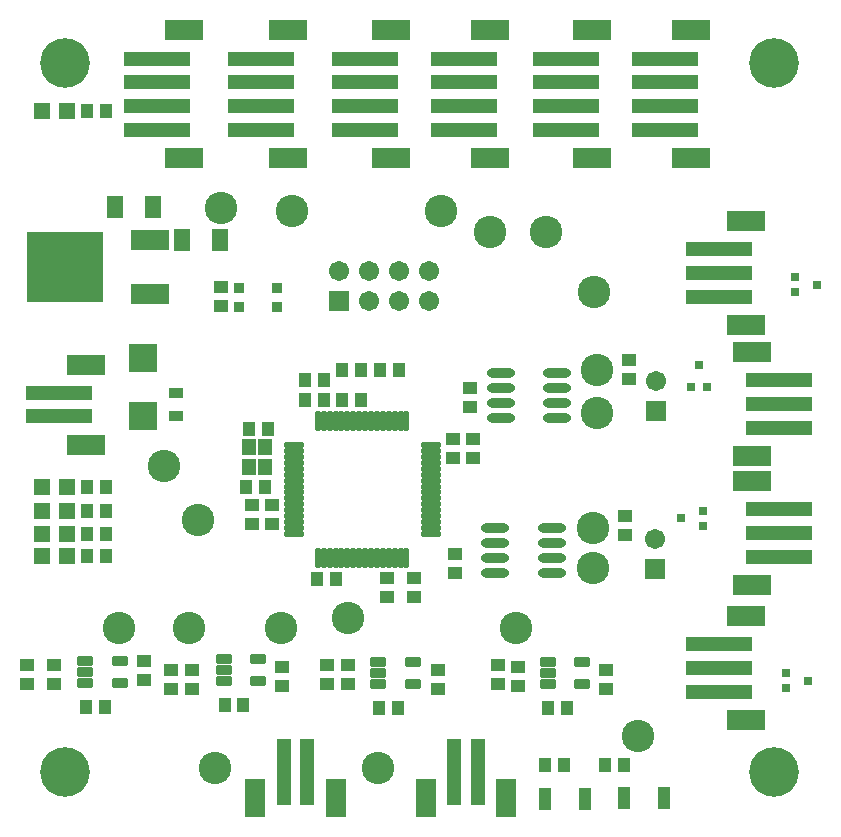
<source format=gts>
G04*
G04 #@! TF.GenerationSoftware,Altium Limited,Altium Designer,19.1.8 (144)*
G04*
G04 Layer_Color=8388736*
%FSLAX25Y25*%
%MOIN*%
G70*
G01*
G75*
%ADD36R,0.04737X0.04343*%
%ADD37R,0.04737X0.05524*%
%ADD38R,0.22454X0.04737*%
%ADD39R,0.12611X0.07099*%
%ADD40R,0.05524X0.05524*%
G04:AMPARAMS|DCode=41|XSize=33.59mil|YSize=55.24mil|CornerRadius=5.92mil|HoleSize=0mil|Usage=FLASHONLY|Rotation=90.000|XOffset=0mil|YOffset=0mil|HoleType=Round|Shape=RoundedRectangle|*
%AMROUNDEDRECTD41*
21,1,0.03359,0.04341,0,0,90.0*
21,1,0.02175,0.05524,0,0,90.0*
1,1,0.01184,0.02170,0.01088*
1,1,0.01184,0.02170,-0.01088*
1,1,0.01184,-0.02170,-0.01088*
1,1,0.01184,-0.02170,0.01088*
%
%ADD41ROUNDEDRECTD41*%
%ADD42R,0.04343X0.04737*%
%ADD43R,0.03950X0.07493*%
%ADD44R,0.03556X0.03753*%
%ADD45R,0.12611X0.07099*%
%ADD46R,0.25210X0.23635*%
%ADD47R,0.02965X0.03162*%
%ADD48R,0.03162X0.02965*%
%ADD49O,0.09461X0.03162*%
%ADD50O,0.07099X0.01981*%
%ADD51O,0.01981X0.07099*%
%ADD52R,0.07099X0.12611*%
%ADD53R,0.04737X0.22454*%
%ADD54R,0.05091X0.03800*%
%ADD55R,0.09698X0.09304*%
%ADD56R,0.05524X0.07493*%
%ADD57C,0.10800*%
%ADD58R,0.06706X0.06706*%
%ADD59C,0.06706*%
%ADD60R,0.06706X0.06706*%
%ADD61C,0.16548*%
D36*
X296000Y218850D02*
D03*
Y225150D02*
D03*
X189000Y225150D02*
D03*
Y218850D02*
D03*
X289000Y218850D02*
D03*
Y225150D02*
D03*
X244000Y217350D02*
D03*
Y223650D02*
D03*
X237000Y217350D02*
D03*
Y223650D02*
D03*
X198000Y218850D02*
D03*
Y225150D02*
D03*
X352500Y218350D02*
D03*
Y224650D02*
D03*
X331000Y300650D02*
D03*
Y294350D02*
D03*
X337500Y300650D02*
D03*
Y294350D02*
D03*
X346000Y225150D02*
D03*
Y218850D02*
D03*
X388260Y274701D02*
D03*
Y268402D02*
D03*
X389500Y326710D02*
D03*
Y320411D02*
D03*
X325905Y217201D02*
D03*
Y223500D02*
D03*
X228016Y220342D02*
D03*
Y226642D02*
D03*
X382000Y223650D02*
D03*
Y217350D02*
D03*
X274000Y218201D02*
D03*
Y224500D02*
D03*
X270500Y278650D02*
D03*
Y272350D02*
D03*
X318000Y247850D02*
D03*
Y254150D02*
D03*
X264000Y278650D02*
D03*
Y272350D02*
D03*
X309000Y247850D02*
D03*
Y254150D02*
D03*
X253500Y344850D02*
D03*
Y351150D02*
D03*
X331500Y255850D02*
D03*
Y262150D02*
D03*
X336743Y317578D02*
D03*
Y311279D02*
D03*
D37*
X268214Y297874D02*
D03*
Y291181D02*
D03*
X263096Y297874D02*
D03*
Y291181D02*
D03*
D38*
X419652Y347976D02*
D03*
Y355850D02*
D03*
X401500Y427248D02*
D03*
Y419374D02*
D03*
Y411500D02*
D03*
Y403626D02*
D03*
X368500Y427248D02*
D03*
Y419374D02*
D03*
Y411500D02*
D03*
Y403626D02*
D03*
X334500Y427248D02*
D03*
Y419374D02*
D03*
Y411500D02*
D03*
Y403626D02*
D03*
X301500Y427248D02*
D03*
Y419374D02*
D03*
Y411500D02*
D03*
Y403626D02*
D03*
X267000Y427248D02*
D03*
Y419374D02*
D03*
Y411500D02*
D03*
Y403626D02*
D03*
X232326Y427248D02*
D03*
Y419374D02*
D03*
Y411500D02*
D03*
Y403626D02*
D03*
X439466Y312224D02*
D03*
Y320098D02*
D03*
Y304350D02*
D03*
X419652Y216303D02*
D03*
Y224177D02*
D03*
Y232051D02*
D03*
X439466Y277098D02*
D03*
Y269224D02*
D03*
Y261350D02*
D03*
X419652Y363724D02*
D03*
X199605Y308028D02*
D03*
Y315901D02*
D03*
D39*
X410358Y436697D02*
D03*
Y394177D02*
D03*
X377358Y436697D02*
D03*
Y394177D02*
D03*
X343358Y436697D02*
D03*
Y394177D02*
D03*
X310358Y436697D02*
D03*
Y394177D02*
D03*
X275858Y436697D02*
D03*
Y394177D02*
D03*
X241184Y436697D02*
D03*
Y394177D02*
D03*
X430608Y329547D02*
D03*
Y294901D02*
D03*
X428510Y206854D02*
D03*
Y241500D02*
D03*
X430608Y286547D02*
D03*
Y251901D02*
D03*
X428510Y373173D02*
D03*
Y338527D02*
D03*
X208463Y298579D02*
D03*
Y325350D02*
D03*
D40*
X193866Y268992D02*
D03*
X202134D02*
D03*
X193866Y276587D02*
D03*
X202134D02*
D03*
Y261587D02*
D03*
X193866D02*
D03*
X202134Y284587D02*
D03*
X193866D02*
D03*
X202246Y410000D02*
D03*
X193978D02*
D03*
D41*
X362500Y226240D02*
D03*
Y222500D02*
D03*
Y218760D02*
D03*
X374114D02*
D03*
Y226240D02*
D03*
X317713D02*
D03*
Y218760D02*
D03*
X306098D02*
D03*
Y222500D02*
D03*
Y226240D02*
D03*
X220067Y226528D02*
D03*
Y219047D02*
D03*
X208453D02*
D03*
Y222787D02*
D03*
Y226528D02*
D03*
X266114Y227240D02*
D03*
Y219760D02*
D03*
X254500D02*
D03*
Y223500D02*
D03*
Y227240D02*
D03*
D42*
X300299Y313500D02*
D03*
X294000D02*
D03*
X215384Y261587D02*
D03*
X209085D02*
D03*
X215384Y268992D02*
D03*
X209085D02*
D03*
X387866Y192000D02*
D03*
X381567D02*
D03*
X215384Y276587D02*
D03*
X209085D02*
D03*
X367913Y192000D02*
D03*
X361614D02*
D03*
X215384Y284587D02*
D03*
X209085D02*
D03*
X306500Y323500D02*
D03*
X312799D02*
D03*
X208850Y410000D02*
D03*
X215150D02*
D03*
X300150Y323500D02*
D03*
X293850D02*
D03*
X312650Y211000D02*
D03*
X306350D02*
D03*
X214949Y211248D02*
D03*
X208650D02*
D03*
X368933Y210815D02*
D03*
X362634D02*
D03*
X261098Y212012D02*
D03*
X254799D02*
D03*
X287919Y320040D02*
D03*
X281620D02*
D03*
X285508Y254000D02*
D03*
X291807D02*
D03*
X287919Y313591D02*
D03*
X281620D02*
D03*
X269150Y304000D02*
D03*
X262850D02*
D03*
X261850Y284500D02*
D03*
X268150D02*
D03*
D43*
X401252Y180853D02*
D03*
X387866D02*
D03*
X375000Y180661D02*
D03*
X361614D02*
D03*
D44*
X272398Y351000D02*
D03*
X259602D02*
D03*
Y344504D02*
D03*
X272398D02*
D03*
D45*
X229984Y349004D02*
D03*
Y366996D02*
D03*
D46*
X201716Y358000D02*
D03*
D47*
X414181Y276675D02*
D03*
Y271557D02*
D03*
X406898Y274116D02*
D03*
X444858Y354559D02*
D03*
Y349441D02*
D03*
X449142Y220000D02*
D03*
X441858Y217441D02*
D03*
Y222559D02*
D03*
X452142Y352000D02*
D03*
D48*
X410441Y317858D02*
D03*
X415559D02*
D03*
X413000Y325142D02*
D03*
D49*
X346886Y322391D02*
D03*
Y317391D02*
D03*
Y312391D02*
D03*
Y307391D02*
D03*
X365784Y322391D02*
D03*
Y317391D02*
D03*
Y312391D02*
D03*
Y307391D02*
D03*
X363949Y256000D02*
D03*
Y261000D02*
D03*
Y266000D02*
D03*
Y271000D02*
D03*
X345051Y256000D02*
D03*
Y261000D02*
D03*
Y266000D02*
D03*
Y271000D02*
D03*
D50*
X277831Y298465D02*
D03*
Y296496D02*
D03*
Y294528D02*
D03*
Y292559D02*
D03*
Y290591D02*
D03*
Y288622D02*
D03*
Y286654D02*
D03*
Y284685D02*
D03*
Y282717D02*
D03*
Y280748D02*
D03*
Y278780D02*
D03*
Y276811D02*
D03*
Y274843D02*
D03*
Y272874D02*
D03*
Y270905D02*
D03*
Y268937D02*
D03*
X323500D02*
D03*
Y270905D02*
D03*
Y272874D02*
D03*
Y274843D02*
D03*
Y276811D02*
D03*
Y278780D02*
D03*
Y280748D02*
D03*
Y282717D02*
D03*
Y284685D02*
D03*
Y286654D02*
D03*
Y288622D02*
D03*
Y290591D02*
D03*
Y292559D02*
D03*
Y294528D02*
D03*
Y296496D02*
D03*
Y298465D02*
D03*
D51*
X285902Y260866D02*
D03*
X287870D02*
D03*
X289839D02*
D03*
X291807D02*
D03*
X293776D02*
D03*
X295744D02*
D03*
X297713D02*
D03*
X299681D02*
D03*
X301650D02*
D03*
X303618D02*
D03*
X305587D02*
D03*
X307555D02*
D03*
X309524D02*
D03*
X311492D02*
D03*
X313461D02*
D03*
X315429D02*
D03*
Y306535D02*
D03*
X313461D02*
D03*
X311492D02*
D03*
X309524D02*
D03*
X307555D02*
D03*
X305587D02*
D03*
X303618D02*
D03*
X301650D02*
D03*
X299681D02*
D03*
X297713D02*
D03*
X295744D02*
D03*
X293776D02*
D03*
X291807D02*
D03*
X289839D02*
D03*
X287870D02*
D03*
X285902D02*
D03*
D52*
X321971Y180807D02*
D03*
X348743D02*
D03*
X265051D02*
D03*
X291823D02*
D03*
D53*
X331420Y189665D02*
D03*
X339294D02*
D03*
X274500D02*
D03*
X282374D02*
D03*
D54*
X238500Y315957D02*
D03*
Y308043D02*
D03*
D55*
X227500Y308354D02*
D03*
Y327646D02*
D03*
D56*
X218201Y378000D02*
D03*
X230799D02*
D03*
X240701Y367000D02*
D03*
X253299D02*
D03*
D57*
X361795Y369506D02*
D03*
X343358D02*
D03*
X327000Y376500D02*
D03*
X277137D02*
D03*
X352000Y237500D02*
D03*
X243000D02*
D03*
X273500D02*
D03*
X253500Y377500D02*
D03*
X392500Y201500D02*
D03*
X378000Y349500D02*
D03*
X377500Y270905D02*
D03*
Y257524D02*
D03*
X379000Y323561D02*
D03*
Y309169D02*
D03*
X219500Y237500D02*
D03*
X296000Y241000D02*
D03*
X306098Y191000D02*
D03*
X251500D02*
D03*
X246000Y273500D02*
D03*
X234500Y291500D02*
D03*
D58*
X293000Y346500D02*
D03*
D59*
X303000D02*
D03*
X313000D02*
D03*
X323000D02*
D03*
X293000Y356500D02*
D03*
X303000D02*
D03*
X313000D02*
D03*
X323000D02*
D03*
X398421Y267216D02*
D03*
X398727Y319753D02*
D03*
D60*
X398421Y257216D02*
D03*
X398727Y309753D02*
D03*
D61*
X201776Y425886D02*
D03*
X437996D02*
D03*
X201776Y189665D02*
D03*
X437996D02*
D03*
M02*

</source>
